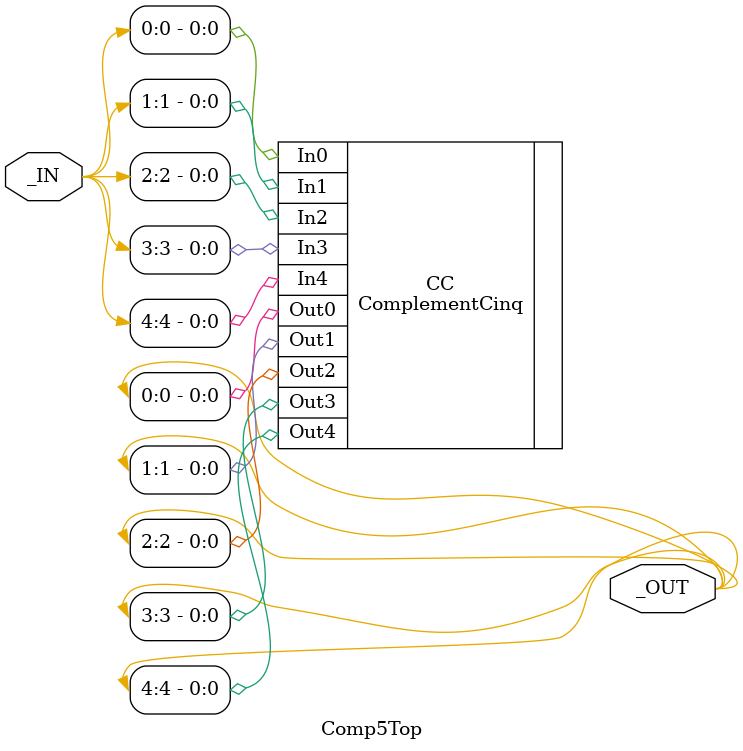
<source format=v>
`timescale 1ns / 1ps


module Comp5Top
(
    input wire[4:0] _IN,
    output wire[4:0] _OUT
);

ComplementCinq CC
(
    .In0(_IN[0]),
    .In1(_IN[1]),
    .In2(_IN[2]),
    .In3(_IN[3]),
    .In4(_IN[4]),
    .Out0(_OUT[0]),
    .Out1(_OUT[1]),
    .Out2(_OUT[2]),
    .Out3(_OUT[3]),
    .Out4(_OUT[4])
);

endmodule

</source>
